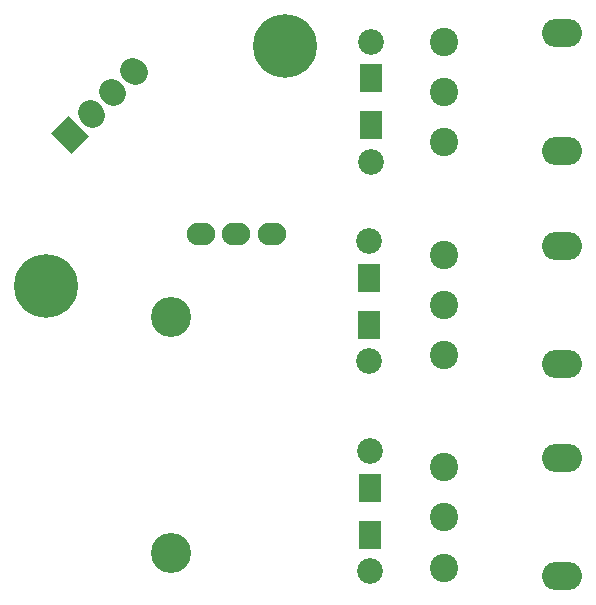
<source format=gbr>
G04 #@! TF.FileFunction,Soldermask,Top*
%FSLAX46Y46*%
G04 Gerber Fmt 4.6, Leading zero omitted, Abs format (unit mm)*
G04 Created by KiCad (PCBNEW 4.0.4+e1-6308~48~ubuntu15.10.1-stable) date Wed Sep 27 09:28:55 2017*
%MOMM*%
%LPD*%
G01*
G04 APERTURE LIST*
%ADD10C,0.150000*%
%ADD11C,3.400000*%
%ADD12C,2.127200*%
%ADD13O,2.400000X1.900000*%
%ADD14C,2.178000*%
%ADD15R,1.924000X2.400000*%
%ADD16C,2.400000*%
%ADD17O,3.400000X2.400000*%
%ADD18C,5.400000*%
G04 APERTURE END LIST*
D10*
D11*
X126900000Y-92000000D03*
X126900000Y-112000000D03*
D10*
G36*
X118413686Y-78205998D02*
X116694002Y-76486314D01*
X118198160Y-74982156D01*
X119917844Y-76701840D01*
X118413686Y-78205998D01*
X118413686Y-78205998D01*
G37*
D12*
X119994211Y-74690263D02*
X120209737Y-74905789D01*
X121790263Y-72894211D02*
X122005789Y-73109737D01*
X123586314Y-71098160D02*
X123801840Y-71313686D01*
D13*
X135400000Y-85000000D03*
X132400000Y-85000000D03*
X129400000Y-85000000D03*
D14*
X143700000Y-103420000D03*
X143700000Y-113580000D03*
D15*
X143700000Y-106500000D03*
X143700000Y-110500000D03*
D14*
X143800000Y-68720000D03*
X143800000Y-78880000D03*
D15*
X143800000Y-71800000D03*
X143800000Y-75800000D03*
D14*
X143600000Y-85620000D03*
X143600000Y-95780000D03*
D15*
X143600000Y-88700000D03*
X143600000Y-92700000D03*
D16*
X150000000Y-104750000D03*
X150000000Y-109000000D03*
X150000000Y-113250000D03*
D17*
X160000000Y-114000000D03*
X160000000Y-104000000D03*
D16*
X150000000Y-68750000D03*
X150000000Y-73000000D03*
X150000000Y-77250000D03*
D17*
X160000000Y-78000000D03*
X160000000Y-68000000D03*
D16*
X150000000Y-86750000D03*
X150000000Y-91000000D03*
X150000000Y-95250000D03*
D17*
X160000000Y-96000000D03*
X160000000Y-86000000D03*
D18*
X116300000Y-89450000D03*
X136500000Y-69100000D03*
M02*

</source>
